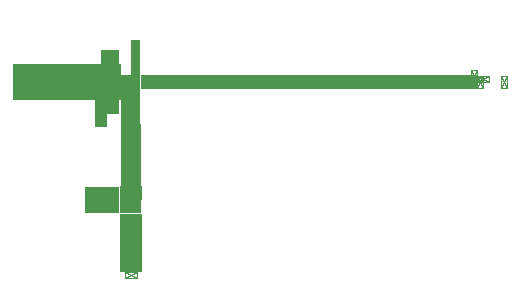
<source format=gbr>
G04 ===== Begin FILE IDENTIFICATION =====*
G04 File Format:  Gerber RS274X*
G04 ===== End FILE IDENTIFICATION =====*
%FSLAX24Y24*%
%MOMM*%
%SFA1.0000B1.0000*%
%OFA0.0B0.0*%
%ADD14R,5.000000X1.882501*%
%ADD15C,0.000635*%
%ADD16R,1.003838X1.008451*%
%ADD17R,1.007039X5.516021*%
%ADD18R,28.478701X1.186800*%
%ADD19R,28.478701X0.133853*%
%ADD20R,1.657640X5.224341*%
%ADD21R,1.882501X5.000000*%
%ADD22R,2.957111X2.269368*%
%ADD23R,9.175001X3.017571*%
%LNcond*%
%IPPOS*%
%LPD*%
G75*
D14*
X25000Y0D03*
D15*
G01X0Y5080D02*
G01X-5080D01*
G01Y-5080D01*
G01X0D01*
G01Y5080D01*
G01X0D02*
G01X-5080Y-5080D01*
G01X0D02*
G01X-5080Y5080D01*
G36*
G01X50000Y9413D02*
G01Y-27580D01*
G01X60038D01*
G01Y27580D01*
G01X55019D01*
G01Y9413D01*
G01X50000D01*
G37*
D16*
X55019Y-32622D03*
D17*
X65074Y0D03*
G36*
G01X71447Y-13498D02*
G01Y13498D01*
G01X70109D01*
G01Y-5183D01*
G01X70778D01*
G01Y-13498D01*
G01X71447D01*
G37*
G36*
G01X88151Y35915D02*
G01Y-36042D01*
G01X71574D01*
G01Y5870D01*
G01X79863D01*
G01Y35915D01*
G01X88151D01*
G37*
D18*
X230544Y-63D03*
D15*
G01X378018Y-64D02*
G01Y5017D01*
G01X367858D01*
G01Y-64D01*
G01X378018D01*

G01X367858Y5017D01*
G01Y-64D02*
G01X378018Y5017D01*
D19*
X230544D03*
D15*
G01X372938Y10097D02*
G01X367858D01*
G01Y-63D01*
G01X372938D01*
G01Y10097D01*

G01X367858Y-63D01*
G01X372938D02*
G01X367858Y10097D01*
G01X378018Y5017D02*
G01X372938D01*
G01Y-5143D01*
G01X378018D01*
G01Y5017D01*

G01X372938Y-5143D01*
G01X378018D02*
G01X372938Y5017D01*
G01X398338D02*
G01X393258D01*
G01Y-5143D01*
G01X398338D01*
G01Y5017D01*

G01X393258Y-5143D01*
G01X398338D02*
G01X393258Y5017D01*
G01X372938D02*
G01Y-63D01*
G01X383098D01*
G01Y5017D01*
G01X372938D01*

G01X383098Y-63D01*
G01Y5017D02*
G01X372938Y-63D01*
G01X398338Y5017D02*
G01X393258D01*
G01Y-5143D01*
G01X398338D01*
G01Y5017D01*

G01X393258Y-5143D01*
G01X398338D02*
G01X393258Y5017D01*
G01X372938D02*
G01X367858D01*
G01Y-5143D01*
G01X372938D01*
G01Y5017D01*

G01X367858Y-5143D01*
G01X372938D02*
G01X367858Y5017D01*
D20*
X79863Y-62164D03*
G36*
G01X88730Y-110979D02*
G01X70450D01*
G01Y-88285D01*
G01X89275D01*
G01Y-99632D01*
G01X88730D01*
G01Y-110979D01*
G37*
D21*
X79863Y-135979D03*
D15*
G01X74783Y-160979D02*
G01Y-166059D01*
G01X84943D01*
G01Y-160979D01*
G01X74783D01*

G01X84943Y-166059D01*
G01Y-160979D02*
G01X74783Y-166059D01*
D22*
X55664Y-99632D03*
D23*
X25572Y-127D03*
M02*


</source>
